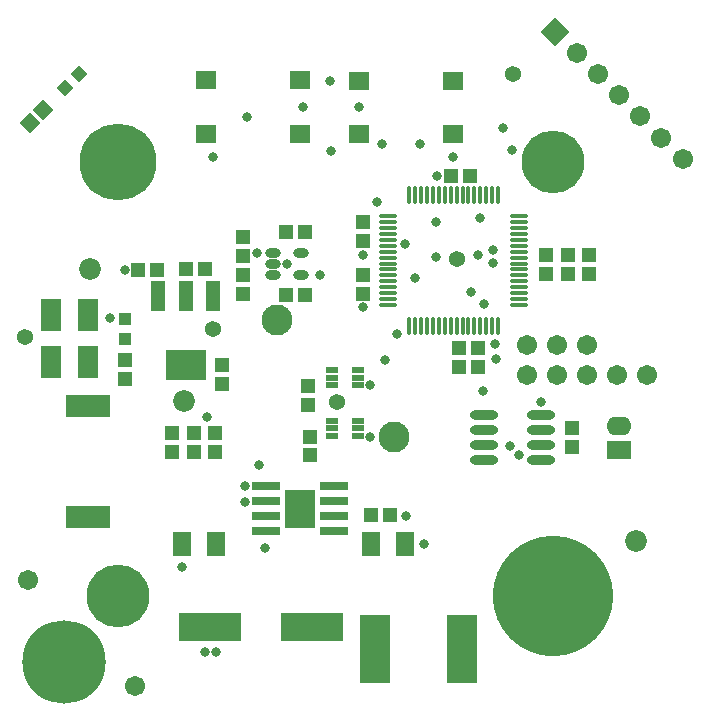
<source format=gts>
G04*
G04 #@! TF.GenerationSoftware,Altium Limited,Altium Designer,21.6.4 (81)*
G04*
G04 Layer_Color=8388736*
%FSLAX25Y25*%
%MOIN*%
G70*
G04*
G04 #@! TF.SameCoordinates,AE92149D-F2BC-473A-8121-C18DD6311B00*
G04*
G04*
G04 #@! TF.FilePolarity,Negative*
G04*
G01*
G75*
%ADD39C,0.07275*%
%ADD40R,0.03937X0.01968*%
%ADD41R,0.10249X0.13005*%
%ADD42R,0.20879X0.09265*%
%ADD43R,0.04540X0.04737*%
%ADD44O,0.05131X0.03162*%
%ADD45O,0.09461X0.03162*%
%ADD46R,0.04737X0.04540*%
%ADD47O,0.06502X0.01384*%
%ADD48O,0.01384X0.06502*%
%ADD49R,0.06922X0.05918*%
%ADD50R,0.04737X0.04934*%
%ADD51R,0.04737X0.10249*%
%ADD52R,0.13398X0.10249*%
G04:AMPARAMS|DCode=53|XSize=47.37mil|YSize=49.34mil|CornerRadius=0mil|HoleSize=0mil|Usage=FLASHONLY|Rotation=135.000|XOffset=0mil|YOffset=0mil|HoleType=Round|Shape=Rectangle|*
%AMROTATEDRECTD53*
4,1,4,0.03419,0.00070,-0.00070,-0.03419,-0.03419,-0.00070,0.00070,0.03419,0.03419,0.00070,0.0*
%
%ADD53ROTATEDRECTD53*%

%ADD54P,0.05586X4X180.0*%
%ADD55R,0.06706X0.10642*%
%ADD56R,0.03950X0.03950*%
%ADD57R,0.09461X0.02769*%
%ADD58R,0.14816X0.07808*%
%ADD59R,0.05918X0.08083*%
%ADD60R,0.09855X0.22847*%
%ADD61C,0.10308*%
%ADD62C,0.25603*%
%ADD63C,0.40170*%
%ADD64C,0.06706*%
%ADD65R,0.08300X0.06300*%
%ADD66O,0.08300X0.06300*%
%ADD67C,0.27769*%
%ADD68P,0.09483X4X360.0*%
%ADD69C,0.20879*%
%ADD70C,0.03202*%
%ADD71C,0.05367*%
%ADD72C,0.03200*%
%ADD73C,0.02769*%
D39*
X100000Y-53937D02*
D03*
X-81890Y36614D02*
D03*
X-50394Y-7480D02*
D03*
D40*
X7480Y-2165D02*
D03*
Y394D02*
D03*
Y2953D02*
D03*
X-1181Y-2165D02*
D03*
Y394D02*
D03*
Y2953D02*
D03*
X7480Y-19094D02*
D03*
Y-16535D02*
D03*
Y-13976D02*
D03*
X-1181Y-19094D02*
D03*
Y-16535D02*
D03*
Y-13976D02*
D03*
D41*
X-11811Y-43307D02*
D03*
D42*
X-7874Y-82677D02*
D03*
X-41732D02*
D03*
D43*
X9055Y46063D02*
D03*
Y52362D02*
D03*
X84620Y35025D02*
D03*
Y41324D02*
D03*
X77454Y35025D02*
D03*
Y41324D02*
D03*
X70125Y35025D02*
D03*
Y41324D02*
D03*
X9055Y28346D02*
D03*
Y34646D02*
D03*
X-37700Y-1760D02*
D03*
Y4540D02*
D03*
X-47244Y-24542D02*
D03*
Y-18243D02*
D03*
X-9055Y-8661D02*
D03*
Y-2362D02*
D03*
X-8661Y-25591D02*
D03*
Y-19291D02*
D03*
D44*
X-11567Y41887D02*
D03*
Y34407D02*
D03*
X-21016Y38147D02*
D03*
Y41887D02*
D03*
Y34407D02*
D03*
D45*
X68504Y-17185D02*
D03*
Y-27185D02*
D03*
Y-22185D02*
D03*
Y-12185D02*
D03*
X49606D02*
D03*
Y-17185D02*
D03*
Y-27185D02*
D03*
Y-22185D02*
D03*
D46*
X-49798Y36602D02*
D03*
X-43499D02*
D03*
X47457Y10367D02*
D03*
X41157D02*
D03*
X47323Y3799D02*
D03*
X41024D02*
D03*
X38583Y67716D02*
D03*
X44882D02*
D03*
X-10236Y48819D02*
D03*
X-16535D02*
D03*
X-10236Y27953D02*
D03*
X-16535D02*
D03*
X-65748Y36220D02*
D03*
X-59449D02*
D03*
X18164Y-45567D02*
D03*
X11865D02*
D03*
D47*
X17618Y54134D02*
D03*
Y52165D02*
D03*
Y50197D02*
D03*
Y48228D02*
D03*
Y46260D02*
D03*
Y44291D02*
D03*
Y42323D02*
D03*
Y40354D02*
D03*
Y38386D02*
D03*
Y36417D02*
D03*
Y34449D02*
D03*
Y32480D02*
D03*
Y30512D02*
D03*
Y28543D02*
D03*
Y26575D02*
D03*
Y24606D02*
D03*
X61122D02*
D03*
Y26575D02*
D03*
Y28543D02*
D03*
Y30512D02*
D03*
Y32480D02*
D03*
Y34449D02*
D03*
Y36417D02*
D03*
Y38386D02*
D03*
Y40354D02*
D03*
Y42323D02*
D03*
Y44291D02*
D03*
Y46260D02*
D03*
Y48228D02*
D03*
Y50197D02*
D03*
Y52165D02*
D03*
Y54134D02*
D03*
D48*
X24606Y17618D02*
D03*
X26575D02*
D03*
X28543D02*
D03*
X30512D02*
D03*
X32480D02*
D03*
X34449D02*
D03*
X36417D02*
D03*
X38386D02*
D03*
X40354D02*
D03*
X42323D02*
D03*
X44291D02*
D03*
X46260D02*
D03*
X48228D02*
D03*
X50197D02*
D03*
X52165D02*
D03*
X54134D02*
D03*
Y61122D02*
D03*
X52165D02*
D03*
X50197D02*
D03*
X48228D02*
D03*
X46260D02*
D03*
X44291D02*
D03*
X42323D02*
D03*
X40354D02*
D03*
X38386D02*
D03*
X36417D02*
D03*
X34449D02*
D03*
X32480D02*
D03*
X30512D02*
D03*
X28543D02*
D03*
X26575D02*
D03*
X24606D02*
D03*
D49*
X7677Y81599D02*
D03*
Y99315D02*
D03*
X38976Y81599D02*
D03*
Y99315D02*
D03*
X-43209Y81693D02*
D03*
Y99410D02*
D03*
X-11909Y81693D02*
D03*
Y99410D02*
D03*
D50*
X-30813Y28346D02*
D03*
Y34646D02*
D03*
X78740Y-16535D02*
D03*
Y-22835D02*
D03*
X-30813Y47244D02*
D03*
Y40945D02*
D03*
X-70079Y6299D02*
D03*
Y0D02*
D03*
X-54376Y-24542D02*
D03*
Y-18243D02*
D03*
X-40128Y-18243D02*
D03*
Y-24542D02*
D03*
D51*
X-59055Y27559D02*
D03*
X-40945D02*
D03*
X-50000D02*
D03*
D52*
Y4724D02*
D03*
D53*
X-101833Y85175D02*
D03*
X-97379Y89629D02*
D03*
D54*
X-85499Y101509D02*
D03*
X-90092Y96916D02*
D03*
D55*
X-82450Y21379D02*
D03*
X-94970D02*
D03*
X-82450Y5631D02*
D03*
X-94970D02*
D03*
D56*
X-70079Y19882D02*
D03*
Y13386D02*
D03*
D57*
X-23130Y-35807D02*
D03*
Y-40807D02*
D03*
Y-45807D02*
D03*
X-492Y-35807D02*
D03*
Y-40807D02*
D03*
X-23130Y-50807D02*
D03*
X-492Y-45807D02*
D03*
Y-50807D02*
D03*
D58*
X-82677Y-9055D02*
D03*
Y-46063D02*
D03*
D59*
X-51181Y-55118D02*
D03*
X-39764D02*
D03*
X23228D02*
D03*
X11811D02*
D03*
D60*
X13097Y-90017D02*
D03*
X42231D02*
D03*
D61*
X-19487Y19487D02*
D03*
X19487Y-19487D02*
D03*
D62*
X-72381Y72381D02*
D03*
D63*
X72381Y-72381D02*
D03*
D64*
X83937Y1181D02*
D03*
X73937Y11181D02*
D03*
X63937D02*
D03*
X93937Y1181D02*
D03*
X63937D02*
D03*
X73937D02*
D03*
X83937Y11181D02*
D03*
X103937Y1181D02*
D03*
X-66929Y-102362D02*
D03*
X-102362Y-66929D02*
D03*
X94488Y94488D02*
D03*
X101559Y87417D02*
D03*
X87417Y101559D02*
D03*
X115701Y73275D02*
D03*
X108630Y80346D02*
D03*
X80346Y108630D02*
D03*
D65*
X94488Y-23622D02*
D03*
D66*
Y-15748D02*
D03*
D67*
X-90551Y-94488D02*
D03*
D68*
X73275Y115701D02*
D03*
D69*
X-72381Y-72381D02*
D03*
X72381Y72381D02*
D03*
D70*
X-29528Y87402D02*
D03*
X-70079Y36220D02*
D03*
X-43447Y-91085D02*
D03*
X-40018D02*
D03*
X28014Y78357D02*
D03*
X15333Y78368D02*
D03*
X55905Y83465D02*
D03*
X7874Y90551D02*
D03*
X-11024D02*
D03*
X-26055Y41851D02*
D03*
X-40945Y74016D02*
D03*
X23228Y44882D02*
D03*
X-5334Y34522D02*
D03*
X49213Y-3937D02*
D03*
X53543Y6693D02*
D03*
X49606Y24803D02*
D03*
X61024Y-25591D02*
D03*
X16535Y6299D02*
D03*
X20472Y14961D02*
D03*
X26378Y33465D02*
D03*
X33465Y40551D02*
D03*
Y52362D02*
D03*
X39143Y73867D02*
D03*
X47638Y41339D02*
D03*
X45276Y28740D02*
D03*
X58268Y-22441D02*
D03*
X68504Y-7874D02*
D03*
X-1575Y75984D02*
D03*
X58661Y76378D02*
D03*
X33858Y67716D02*
D03*
X53076Y11737D02*
D03*
X9038Y41179D02*
D03*
X9055Y24016D02*
D03*
X48031Y53543D02*
D03*
X11417Y-1969D02*
D03*
Y-19291D02*
D03*
X13780Y59055D02*
D03*
X-1974Y99366D02*
D03*
X-75197Y20079D02*
D03*
D71*
X-40945Y16535D02*
D03*
X40354Y39961D02*
D03*
X59055Y101575D02*
D03*
X394Y-7874D02*
D03*
X-103543Y13780D02*
D03*
D72*
X-51181Y-62598D02*
D03*
X29528Y-55118D02*
D03*
X23622Y-45669D02*
D03*
X-42913Y-12598D02*
D03*
X-16291Y38147D02*
D03*
X52321Y38472D02*
D03*
X52442Y42993D02*
D03*
X-30315Y-35827D02*
D03*
Y-40945D02*
D03*
X-23622Y-56299D02*
D03*
X-25591Y-28740D02*
D03*
D73*
X-13976Y-38976D02*
D03*
Y-43307D02*
D03*
X-9646D02*
D03*
Y-38976D02*
D03*
Y-47638D02*
D03*
X-13976D02*
D03*
M02*

</source>
